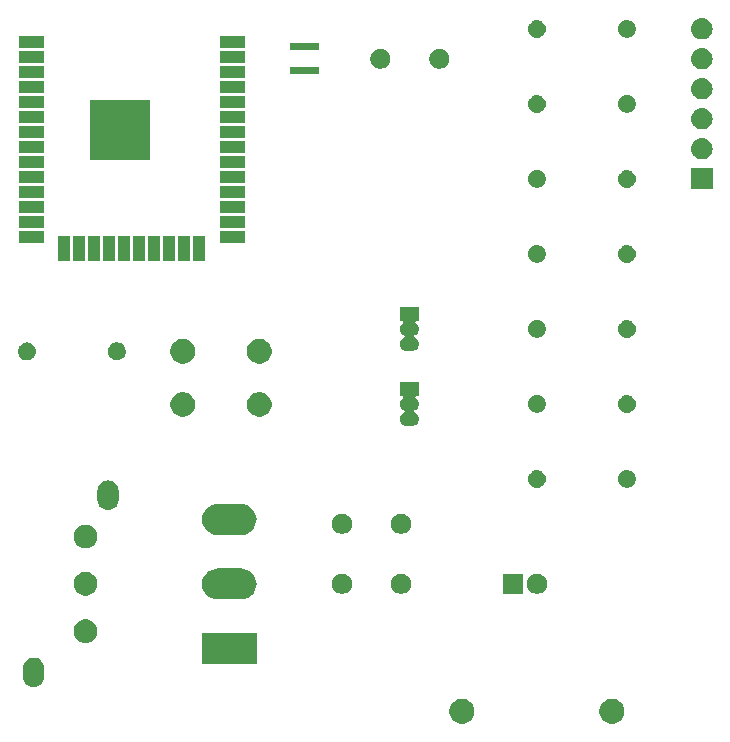
<source format=gbr>
G04 #@! TF.GenerationSoftware,KiCad,Pcbnew,(5.1.4-0-10_14)*
G04 #@! TF.CreationDate,2019-11-18T23:58:44+01:00*
G04 #@! TF.ProjectId,liberation,6c696265-7261-4746-996f-6e2e6b696361,rev?*
G04 #@! TF.SameCoordinates,Original*
G04 #@! TF.FileFunction,Soldermask,Top*
G04 #@! TF.FilePolarity,Negative*
%FSLAX46Y46*%
G04 Gerber Fmt 4.6, Leading zero omitted, Abs format (unit mm)*
G04 Created by KiCad (PCBNEW (5.1.4-0-10_14)) date 2019-11-18 23:58:44*
%MOMM*%
%LPD*%
G04 APERTURE LIST*
%ADD10C,0.100000*%
G04 APERTURE END LIST*
D10*
G36*
X148896564Y-145674389D02*
G01*
X149087833Y-145753615D01*
X149087835Y-145753616D01*
X149259973Y-145868635D01*
X149406365Y-146015027D01*
X149521385Y-146187167D01*
X149600611Y-146378436D01*
X149641000Y-146581484D01*
X149641000Y-146788516D01*
X149600611Y-146991564D01*
X149521385Y-147182833D01*
X149521384Y-147182835D01*
X149406365Y-147354973D01*
X149259973Y-147501365D01*
X149087835Y-147616384D01*
X149087834Y-147616385D01*
X149087833Y-147616385D01*
X148896564Y-147695611D01*
X148693516Y-147736000D01*
X148486484Y-147736000D01*
X148283436Y-147695611D01*
X148092167Y-147616385D01*
X148092166Y-147616385D01*
X148092165Y-147616384D01*
X147920027Y-147501365D01*
X147773635Y-147354973D01*
X147658616Y-147182835D01*
X147658615Y-147182833D01*
X147579389Y-146991564D01*
X147539000Y-146788516D01*
X147539000Y-146581484D01*
X147579389Y-146378436D01*
X147658615Y-146187167D01*
X147773635Y-146015027D01*
X147920027Y-145868635D01*
X148092165Y-145753616D01*
X148092167Y-145753615D01*
X148283436Y-145674389D01*
X148486484Y-145634000D01*
X148693516Y-145634000D01*
X148896564Y-145674389D01*
X148896564Y-145674389D01*
G37*
G36*
X136196564Y-145674389D02*
G01*
X136387833Y-145753615D01*
X136387835Y-145753616D01*
X136559973Y-145868635D01*
X136706365Y-146015027D01*
X136821385Y-146187167D01*
X136900611Y-146378436D01*
X136941000Y-146581484D01*
X136941000Y-146788516D01*
X136900611Y-146991564D01*
X136821385Y-147182833D01*
X136821384Y-147182835D01*
X136706365Y-147354973D01*
X136559973Y-147501365D01*
X136387835Y-147616384D01*
X136387834Y-147616385D01*
X136387833Y-147616385D01*
X136196564Y-147695611D01*
X135993516Y-147736000D01*
X135786484Y-147736000D01*
X135583436Y-147695611D01*
X135392167Y-147616385D01*
X135392166Y-147616385D01*
X135392165Y-147616384D01*
X135220027Y-147501365D01*
X135073635Y-147354973D01*
X134958616Y-147182835D01*
X134958615Y-147182833D01*
X134879389Y-146991564D01*
X134839000Y-146788516D01*
X134839000Y-146581484D01*
X134879389Y-146378436D01*
X134958615Y-146187167D01*
X135073635Y-146015027D01*
X135220027Y-145868635D01*
X135392165Y-145753616D01*
X135392167Y-145753615D01*
X135583436Y-145674389D01*
X135786484Y-145634000D01*
X135993516Y-145634000D01*
X136196564Y-145674389D01*
X136196564Y-145674389D01*
G37*
G36*
X99801626Y-142152037D02*
G01*
X99971465Y-142203557D01*
X99971467Y-142203558D01*
X100127989Y-142287221D01*
X100265186Y-142399814D01*
X100348448Y-142501271D01*
X100377778Y-142537009D01*
X100461443Y-142693534D01*
X100512963Y-142863373D01*
X100526000Y-142995742D01*
X100526000Y-143784258D01*
X100512963Y-143916627D01*
X100461443Y-144086466D01*
X100377778Y-144242991D01*
X100348448Y-144278729D01*
X100265186Y-144380186D01*
X100163729Y-144463448D01*
X100127991Y-144492778D01*
X99971466Y-144576443D01*
X99801627Y-144627963D01*
X99625000Y-144645359D01*
X99448374Y-144627963D01*
X99278535Y-144576443D01*
X99122010Y-144492778D01*
X99086272Y-144463448D01*
X98984815Y-144380186D01*
X98901553Y-144278729D01*
X98872223Y-144242991D01*
X98788558Y-144086466D01*
X98737037Y-143916627D01*
X98724000Y-143784258D01*
X98724000Y-142995743D01*
X98737037Y-142863374D01*
X98788557Y-142693535D01*
X98872222Y-142537010D01*
X98872223Y-142537009D01*
X98984814Y-142399814D01*
X99086271Y-142316552D01*
X99122009Y-142287222D01*
X99278534Y-142203557D01*
X99448373Y-142152037D01*
X99625000Y-142134641D01*
X99801626Y-142152037D01*
X99801626Y-142152037D01*
G37*
G36*
X118506000Y-142641000D02*
G01*
X113904000Y-142641000D01*
X113904000Y-140039000D01*
X118506000Y-140039000D01*
X118506000Y-142641000D01*
X118506000Y-142641000D01*
G37*
G36*
X104220285Y-138908234D02*
G01*
X104316981Y-138927468D01*
X104499151Y-139002926D01*
X104663100Y-139112473D01*
X104802527Y-139251900D01*
X104912074Y-139415849D01*
X104987532Y-139598019D01*
X105026000Y-139791410D01*
X105026000Y-139988590D01*
X104987532Y-140181981D01*
X104912074Y-140364151D01*
X104802527Y-140528100D01*
X104663100Y-140667527D01*
X104499151Y-140777074D01*
X104316981Y-140852532D01*
X104220285Y-140871766D01*
X104123591Y-140891000D01*
X103926409Y-140891000D01*
X103829715Y-140871766D01*
X103733019Y-140852532D01*
X103550849Y-140777074D01*
X103386900Y-140667527D01*
X103247473Y-140528100D01*
X103137926Y-140364151D01*
X103062468Y-140181981D01*
X103024000Y-139988590D01*
X103024000Y-139791410D01*
X103062468Y-139598019D01*
X103137926Y-139415849D01*
X103247473Y-139251900D01*
X103386900Y-139112473D01*
X103550849Y-139002926D01*
X103733019Y-138927468D01*
X103829715Y-138908234D01*
X103926409Y-138889000D01*
X104123591Y-138889000D01*
X104220285Y-138908234D01*
X104220285Y-138908234D01*
G37*
G36*
X117364473Y-134598413D02*
G01*
X117460040Y-134607825D01*
X117705280Y-134682218D01*
X117931294Y-134803025D01*
X117982899Y-134845376D01*
X118129397Y-134965603D01*
X118249624Y-135112101D01*
X118291975Y-135163706D01*
X118412782Y-135389720D01*
X118487175Y-135634960D01*
X118512294Y-135890000D01*
X118487175Y-136145040D01*
X118412782Y-136390280D01*
X118291975Y-136616294D01*
X118249929Y-136667527D01*
X118129397Y-136814397D01*
X117982899Y-136934624D01*
X117931294Y-136976975D01*
X117705280Y-137097782D01*
X117460040Y-137172175D01*
X117364472Y-137181588D01*
X117268906Y-137191000D01*
X115141094Y-137191000D01*
X115045528Y-137181588D01*
X114949960Y-137172175D01*
X114704720Y-137097782D01*
X114478706Y-136976975D01*
X114427101Y-136934624D01*
X114280603Y-136814397D01*
X114160071Y-136667527D01*
X114118025Y-136616294D01*
X113997218Y-136390280D01*
X113922825Y-136145040D01*
X113897706Y-135890000D01*
X113922825Y-135634960D01*
X113997218Y-135389720D01*
X114118025Y-135163706D01*
X114160376Y-135112101D01*
X114280603Y-134965603D01*
X114427101Y-134845376D01*
X114478706Y-134803025D01*
X114704720Y-134682218D01*
X114949960Y-134607825D01*
X115045527Y-134598413D01*
X115141094Y-134589000D01*
X117268906Y-134589000D01*
X117364473Y-134598413D01*
X117364473Y-134598413D01*
G37*
G36*
X104220285Y-134908234D02*
G01*
X104316981Y-134927468D01*
X104499151Y-135002926D01*
X104663100Y-135112473D01*
X104802527Y-135251900D01*
X104912074Y-135415849D01*
X104987532Y-135598019D01*
X105026000Y-135791410D01*
X105026000Y-135988590D01*
X104987532Y-136181981D01*
X104912074Y-136364151D01*
X104802527Y-136528100D01*
X104663100Y-136667527D01*
X104499151Y-136777074D01*
X104316981Y-136852532D01*
X104220285Y-136871766D01*
X104123591Y-136891000D01*
X103926409Y-136891000D01*
X103829715Y-136871766D01*
X103733019Y-136852532D01*
X103550849Y-136777074D01*
X103386900Y-136667527D01*
X103247473Y-136528100D01*
X103137926Y-136364151D01*
X103062468Y-136181981D01*
X103024000Y-135988590D01*
X103024000Y-135791410D01*
X103062468Y-135598019D01*
X103137926Y-135415849D01*
X103247473Y-135251900D01*
X103386900Y-135112473D01*
X103550849Y-135002926D01*
X103733019Y-134927468D01*
X103829715Y-134908234D01*
X103926409Y-134889000D01*
X104123591Y-134889000D01*
X104220285Y-134908234D01*
X104220285Y-134908234D01*
G37*
G36*
X125978228Y-135071703D02*
G01*
X126133100Y-135135853D01*
X126272481Y-135228985D01*
X126391015Y-135347519D01*
X126484147Y-135486900D01*
X126548297Y-135641772D01*
X126581000Y-135806184D01*
X126581000Y-135973816D01*
X126548297Y-136138228D01*
X126484147Y-136293100D01*
X126391015Y-136432481D01*
X126272481Y-136551015D01*
X126133100Y-136644147D01*
X125978228Y-136708297D01*
X125813816Y-136741000D01*
X125646184Y-136741000D01*
X125481772Y-136708297D01*
X125326900Y-136644147D01*
X125187519Y-136551015D01*
X125068985Y-136432481D01*
X124975853Y-136293100D01*
X124911703Y-136138228D01*
X124879000Y-135973816D01*
X124879000Y-135806184D01*
X124911703Y-135641772D01*
X124975853Y-135486900D01*
X125068985Y-135347519D01*
X125187519Y-135228985D01*
X125326900Y-135135853D01*
X125481772Y-135071703D01*
X125646184Y-135039000D01*
X125813816Y-135039000D01*
X125978228Y-135071703D01*
X125978228Y-135071703D01*
G37*
G36*
X130978228Y-135071703D02*
G01*
X131133100Y-135135853D01*
X131272481Y-135228985D01*
X131391015Y-135347519D01*
X131484147Y-135486900D01*
X131548297Y-135641772D01*
X131581000Y-135806184D01*
X131581000Y-135973816D01*
X131548297Y-136138228D01*
X131484147Y-136293100D01*
X131391015Y-136432481D01*
X131272481Y-136551015D01*
X131133100Y-136644147D01*
X130978228Y-136708297D01*
X130813816Y-136741000D01*
X130646184Y-136741000D01*
X130481772Y-136708297D01*
X130326900Y-136644147D01*
X130187519Y-136551015D01*
X130068985Y-136432481D01*
X129975853Y-136293100D01*
X129911703Y-136138228D01*
X129879000Y-135973816D01*
X129879000Y-135806184D01*
X129911703Y-135641772D01*
X129975853Y-135486900D01*
X130068985Y-135347519D01*
X130187519Y-135228985D01*
X130326900Y-135135853D01*
X130481772Y-135071703D01*
X130646184Y-135039000D01*
X130813816Y-135039000D01*
X130978228Y-135071703D01*
X130978228Y-135071703D01*
G37*
G36*
X141091000Y-136741000D02*
G01*
X139389000Y-136741000D01*
X139389000Y-135039000D01*
X141091000Y-135039000D01*
X141091000Y-136741000D01*
X141091000Y-136741000D01*
G37*
G36*
X142488228Y-135071703D02*
G01*
X142643100Y-135135853D01*
X142782481Y-135228985D01*
X142901015Y-135347519D01*
X142994147Y-135486900D01*
X143058297Y-135641772D01*
X143091000Y-135806184D01*
X143091000Y-135973816D01*
X143058297Y-136138228D01*
X142994147Y-136293100D01*
X142901015Y-136432481D01*
X142782481Y-136551015D01*
X142643100Y-136644147D01*
X142488228Y-136708297D01*
X142323816Y-136741000D01*
X142156184Y-136741000D01*
X141991772Y-136708297D01*
X141836900Y-136644147D01*
X141697519Y-136551015D01*
X141578985Y-136432481D01*
X141485853Y-136293100D01*
X141421703Y-136138228D01*
X141389000Y-135973816D01*
X141389000Y-135806184D01*
X141421703Y-135641772D01*
X141485853Y-135486900D01*
X141578985Y-135347519D01*
X141697519Y-135228985D01*
X141836900Y-135135853D01*
X141991772Y-135071703D01*
X142156184Y-135039000D01*
X142323816Y-135039000D01*
X142488228Y-135071703D01*
X142488228Y-135071703D01*
G37*
G36*
X104147797Y-130893815D02*
G01*
X104316981Y-130927468D01*
X104499151Y-131002926D01*
X104663100Y-131112473D01*
X104802527Y-131251900D01*
X104912074Y-131415849D01*
X104987532Y-131598019D01*
X105026000Y-131791410D01*
X105026000Y-131988590D01*
X104987532Y-132181981D01*
X104912074Y-132364151D01*
X104802527Y-132528100D01*
X104663100Y-132667527D01*
X104499151Y-132777074D01*
X104316981Y-132852532D01*
X104123591Y-132891000D01*
X103926409Y-132891000D01*
X103733019Y-132852532D01*
X103550849Y-132777074D01*
X103386900Y-132667527D01*
X103247473Y-132528100D01*
X103137926Y-132364151D01*
X103062468Y-132181981D01*
X103024000Y-131988590D01*
X103024000Y-131791410D01*
X103062468Y-131598019D01*
X103137926Y-131415849D01*
X103247473Y-131251900D01*
X103386900Y-131112473D01*
X103550849Y-131002926D01*
X103733019Y-130927468D01*
X103902203Y-130893815D01*
X103926409Y-130889000D01*
X104123591Y-130889000D01*
X104147797Y-130893815D01*
X104147797Y-130893815D01*
G37*
G36*
X117364472Y-129148412D02*
G01*
X117460040Y-129157825D01*
X117705280Y-129232218D01*
X117931294Y-129353025D01*
X117982899Y-129395376D01*
X118129397Y-129515603D01*
X118235884Y-129645359D01*
X118291975Y-129713706D01*
X118412782Y-129939720D01*
X118487175Y-130184960D01*
X118512294Y-130440000D01*
X118487175Y-130695040D01*
X118412782Y-130940280D01*
X118291975Y-131166294D01*
X118253565Y-131213097D01*
X118129397Y-131364397D01*
X117999481Y-131471015D01*
X117931294Y-131526975D01*
X117705280Y-131647782D01*
X117460040Y-131722175D01*
X117364472Y-131731588D01*
X117268906Y-131741000D01*
X115141094Y-131741000D01*
X115045528Y-131731588D01*
X114949960Y-131722175D01*
X114704720Y-131647782D01*
X114478706Y-131526975D01*
X114410519Y-131471015D01*
X114280603Y-131364397D01*
X114156435Y-131213097D01*
X114118025Y-131166294D01*
X113997218Y-130940280D01*
X113922825Y-130695040D01*
X113897706Y-130440000D01*
X113922825Y-130184960D01*
X113997218Y-129939720D01*
X114118025Y-129713706D01*
X114174116Y-129645359D01*
X114280603Y-129515603D01*
X114427101Y-129395376D01*
X114478706Y-129353025D01*
X114704720Y-129232218D01*
X114949960Y-129157825D01*
X115045528Y-129148412D01*
X115141094Y-129139000D01*
X117268906Y-129139000D01*
X117364472Y-129148412D01*
X117364472Y-129148412D01*
G37*
G36*
X125978228Y-129991703D02*
G01*
X126133100Y-130055853D01*
X126272481Y-130148985D01*
X126391015Y-130267519D01*
X126484147Y-130406900D01*
X126548297Y-130561772D01*
X126581000Y-130726184D01*
X126581000Y-130893816D01*
X126548297Y-131058228D01*
X126484147Y-131213100D01*
X126391015Y-131352481D01*
X126272481Y-131471015D01*
X126133100Y-131564147D01*
X125978228Y-131628297D01*
X125813816Y-131661000D01*
X125646184Y-131661000D01*
X125481772Y-131628297D01*
X125326900Y-131564147D01*
X125187519Y-131471015D01*
X125068985Y-131352481D01*
X124975853Y-131213100D01*
X124911703Y-131058228D01*
X124879000Y-130893816D01*
X124879000Y-130726184D01*
X124911703Y-130561772D01*
X124975853Y-130406900D01*
X125068985Y-130267519D01*
X125187519Y-130148985D01*
X125326900Y-130055853D01*
X125481772Y-129991703D01*
X125646184Y-129959000D01*
X125813816Y-129959000D01*
X125978228Y-129991703D01*
X125978228Y-129991703D01*
G37*
G36*
X130978228Y-129991703D02*
G01*
X131133100Y-130055853D01*
X131272481Y-130148985D01*
X131391015Y-130267519D01*
X131484147Y-130406900D01*
X131548297Y-130561772D01*
X131581000Y-130726184D01*
X131581000Y-130893816D01*
X131548297Y-131058228D01*
X131484147Y-131213100D01*
X131391015Y-131352481D01*
X131272481Y-131471015D01*
X131133100Y-131564147D01*
X130978228Y-131628297D01*
X130813816Y-131661000D01*
X130646184Y-131661000D01*
X130481772Y-131628297D01*
X130326900Y-131564147D01*
X130187519Y-131471015D01*
X130068985Y-131352481D01*
X129975853Y-131213100D01*
X129911703Y-131058228D01*
X129879000Y-130893816D01*
X129879000Y-130726184D01*
X129911703Y-130561772D01*
X129975853Y-130406900D01*
X130068985Y-130267519D01*
X130187519Y-130148985D01*
X130326900Y-130055853D01*
X130481772Y-129991703D01*
X130646184Y-129959000D01*
X130813816Y-129959000D01*
X130978228Y-129991703D01*
X130978228Y-129991703D01*
G37*
G36*
X106101626Y-127152037D02*
G01*
X106271465Y-127203557D01*
X106271467Y-127203558D01*
X106427989Y-127287221D01*
X106565186Y-127399814D01*
X106648448Y-127501271D01*
X106677778Y-127537009D01*
X106761443Y-127693534D01*
X106812963Y-127863373D01*
X106826000Y-127995742D01*
X106826000Y-128784258D01*
X106812963Y-128916627D01*
X106761443Y-129086466D01*
X106677778Y-129242991D01*
X106648448Y-129278729D01*
X106565186Y-129380186D01*
X106463729Y-129463448D01*
X106427991Y-129492778D01*
X106271466Y-129576443D01*
X106101627Y-129627963D01*
X105925000Y-129645359D01*
X105748374Y-129627963D01*
X105578535Y-129576443D01*
X105422010Y-129492778D01*
X105386272Y-129463448D01*
X105284815Y-129380186D01*
X105201553Y-129278729D01*
X105172223Y-129242991D01*
X105088558Y-129086466D01*
X105037037Y-128916627D01*
X105024000Y-128784258D01*
X105024000Y-127995743D01*
X105037037Y-127863374D01*
X105088557Y-127693535D01*
X105088559Y-127693532D01*
X105172221Y-127537011D01*
X105284814Y-127399814D01*
X105386271Y-127316552D01*
X105422009Y-127287222D01*
X105578534Y-127203557D01*
X105748373Y-127152037D01*
X105925000Y-127134641D01*
X106101626Y-127152037D01*
X106101626Y-127152037D01*
G37*
G36*
X150079059Y-126277860D02*
G01*
X150139294Y-126302810D01*
X150215732Y-126334472D01*
X150338735Y-126416660D01*
X150443340Y-126521265D01*
X150525528Y-126644268D01*
X150525529Y-126644270D01*
X150582140Y-126780941D01*
X150611000Y-126926032D01*
X150611000Y-127073968D01*
X150596429Y-127147220D01*
X150582140Y-127219059D01*
X150525528Y-127355732D01*
X150443340Y-127478735D01*
X150338735Y-127583340D01*
X150215732Y-127665528D01*
X150215731Y-127665529D01*
X150215730Y-127665529D01*
X150079059Y-127722140D01*
X149933968Y-127751000D01*
X149786032Y-127751000D01*
X149640941Y-127722140D01*
X149504270Y-127665529D01*
X149504269Y-127665529D01*
X149504268Y-127665528D01*
X149381265Y-127583340D01*
X149276660Y-127478735D01*
X149194472Y-127355732D01*
X149137860Y-127219059D01*
X149123571Y-127147220D01*
X149109000Y-127073968D01*
X149109000Y-126926032D01*
X149137860Y-126780941D01*
X149194471Y-126644270D01*
X149194472Y-126644268D01*
X149276660Y-126521265D01*
X149381265Y-126416660D01*
X149504268Y-126334472D01*
X149580707Y-126302810D01*
X149640941Y-126277860D01*
X149786032Y-126249000D01*
X149933968Y-126249000D01*
X150079059Y-126277860D01*
X150079059Y-126277860D01*
G37*
G36*
X142313665Y-126252622D02*
G01*
X142387222Y-126259867D01*
X142528786Y-126302810D01*
X142659252Y-126372546D01*
X142689040Y-126396992D01*
X142773607Y-126466393D01*
X142843008Y-126550960D01*
X142867454Y-126580748D01*
X142937190Y-126711214D01*
X142980133Y-126852778D01*
X142994633Y-127000000D01*
X142980133Y-127147222D01*
X142937190Y-127288786D01*
X142867454Y-127419252D01*
X142843008Y-127449040D01*
X142773607Y-127533607D01*
X142713004Y-127583341D01*
X142659252Y-127627454D01*
X142528786Y-127697190D01*
X142387222Y-127740133D01*
X142313665Y-127747378D01*
X142276888Y-127751000D01*
X142203112Y-127751000D01*
X142166335Y-127747378D01*
X142092778Y-127740133D01*
X141951214Y-127697190D01*
X141820748Y-127627454D01*
X141766996Y-127583341D01*
X141706393Y-127533607D01*
X141636992Y-127449040D01*
X141612546Y-127419252D01*
X141542810Y-127288786D01*
X141499867Y-127147222D01*
X141485367Y-127000000D01*
X141499867Y-126852778D01*
X141542810Y-126711214D01*
X141612546Y-126580748D01*
X141636992Y-126550960D01*
X141706393Y-126466393D01*
X141790960Y-126396992D01*
X141820748Y-126372546D01*
X141951214Y-126302810D01*
X142092778Y-126259867D01*
X142166335Y-126252622D01*
X142203112Y-126249000D01*
X142276888Y-126249000D01*
X142313665Y-126252622D01*
X142313665Y-126252622D01*
G37*
G36*
X132246000Y-119956000D02*
G01*
X132081660Y-119956000D01*
X132057274Y-119958402D01*
X132033825Y-119965515D01*
X132012214Y-119977066D01*
X131993272Y-119992611D01*
X131977727Y-120011553D01*
X131966176Y-120033164D01*
X131959063Y-120056613D01*
X131956661Y-120080999D01*
X131959063Y-120105385D01*
X131966176Y-120128834D01*
X131977727Y-120150445D01*
X131993272Y-120169387D01*
X132002345Y-120177609D01*
X132079264Y-120240736D01*
X132151244Y-120328443D01*
X132168759Y-120361212D01*
X132204728Y-120428505D01*
X132204729Y-120428508D01*
X132237666Y-120537084D01*
X132248787Y-120650000D01*
X132237666Y-120762916D01*
X132205467Y-120869059D01*
X132204728Y-120871495D01*
X132185429Y-120907601D01*
X132151244Y-120971557D01*
X132079264Y-121059264D01*
X131991557Y-121131244D01*
X131910141Y-121174761D01*
X131889766Y-121188375D01*
X131872439Y-121205702D01*
X131858826Y-121226076D01*
X131849448Y-121248715D01*
X131844668Y-121272748D01*
X131844668Y-121297252D01*
X131849448Y-121321285D01*
X131858826Y-121343924D01*
X131872440Y-121364299D01*
X131889767Y-121381626D01*
X131910141Y-121395239D01*
X131991557Y-121438756D01*
X132079264Y-121510736D01*
X132151244Y-121598443D01*
X132171524Y-121636385D01*
X132204728Y-121698505D01*
X132204729Y-121698508D01*
X132237666Y-121807084D01*
X132248787Y-121920000D01*
X132237666Y-122032916D01*
X132204729Y-122141492D01*
X132204728Y-122141495D01*
X132185429Y-122177601D01*
X132151244Y-122241557D01*
X132079264Y-122329264D01*
X131991557Y-122401244D01*
X131927601Y-122435429D01*
X131891495Y-122454728D01*
X131891492Y-122454729D01*
X131782916Y-122487666D01*
X131698298Y-122496000D01*
X131191702Y-122496000D01*
X131107084Y-122487666D01*
X130998508Y-122454729D01*
X130998505Y-122454728D01*
X130962399Y-122435429D01*
X130898443Y-122401244D01*
X130810736Y-122329264D01*
X130738756Y-122241557D01*
X130704571Y-122177601D01*
X130685272Y-122141495D01*
X130685271Y-122141492D01*
X130652334Y-122032916D01*
X130641213Y-121920000D01*
X130652334Y-121807084D01*
X130685271Y-121698508D01*
X130685272Y-121698505D01*
X130718476Y-121636385D01*
X130738756Y-121598443D01*
X130810736Y-121510736D01*
X130898443Y-121438756D01*
X130979859Y-121395239D01*
X131000234Y-121381625D01*
X131017561Y-121364298D01*
X131031174Y-121343924D01*
X131040552Y-121321285D01*
X131045332Y-121297252D01*
X131045332Y-121272748D01*
X131040552Y-121248715D01*
X131031174Y-121226076D01*
X131017560Y-121205701D01*
X131000233Y-121188374D01*
X130979859Y-121174761D01*
X130898443Y-121131244D01*
X130810736Y-121059264D01*
X130738756Y-120971557D01*
X130704571Y-120907601D01*
X130685272Y-120871495D01*
X130684533Y-120869059D01*
X130652334Y-120762916D01*
X130641213Y-120650000D01*
X130652334Y-120537084D01*
X130685271Y-120428508D01*
X130685272Y-120428505D01*
X130721241Y-120361212D01*
X130738756Y-120328443D01*
X130810736Y-120240736D01*
X130887646Y-120177617D01*
X130904965Y-120160298D01*
X130918579Y-120139923D01*
X130927957Y-120117284D01*
X130932737Y-120093251D01*
X130932737Y-120068747D01*
X130927957Y-120044714D01*
X130918579Y-120022075D01*
X130904966Y-120001701D01*
X130887639Y-119984374D01*
X130867264Y-119970760D01*
X130844625Y-119961382D01*
X130820592Y-119956602D01*
X130808340Y-119956000D01*
X130644000Y-119956000D01*
X130644000Y-118804000D01*
X132246000Y-118804000D01*
X132246000Y-119956000D01*
X132246000Y-119956000D01*
G37*
G36*
X112551564Y-119694389D02*
G01*
X112742833Y-119773615D01*
X112742835Y-119773616D01*
X112914973Y-119888635D01*
X113061365Y-120035027D01*
X113152398Y-120171267D01*
X113176385Y-120207167D01*
X113255611Y-120398436D01*
X113296000Y-120601484D01*
X113296000Y-120808516D01*
X113255611Y-121011564D01*
X113176385Y-121202833D01*
X113176384Y-121202835D01*
X113061365Y-121374973D01*
X112914973Y-121521365D01*
X112742835Y-121636384D01*
X112742834Y-121636385D01*
X112742833Y-121636385D01*
X112551564Y-121715611D01*
X112348516Y-121756000D01*
X112141484Y-121756000D01*
X111938436Y-121715611D01*
X111747167Y-121636385D01*
X111747166Y-121636385D01*
X111747165Y-121636384D01*
X111575027Y-121521365D01*
X111428635Y-121374973D01*
X111313616Y-121202835D01*
X111313615Y-121202833D01*
X111234389Y-121011564D01*
X111194000Y-120808516D01*
X111194000Y-120601484D01*
X111234389Y-120398436D01*
X111313615Y-120207167D01*
X111337603Y-120171267D01*
X111428635Y-120035027D01*
X111575027Y-119888635D01*
X111747165Y-119773616D01*
X111747167Y-119773615D01*
X111938436Y-119694389D01*
X112141484Y-119654000D01*
X112348516Y-119654000D01*
X112551564Y-119694389D01*
X112551564Y-119694389D01*
G37*
G36*
X119051564Y-119694389D02*
G01*
X119242833Y-119773615D01*
X119242835Y-119773616D01*
X119414973Y-119888635D01*
X119561365Y-120035027D01*
X119652398Y-120171267D01*
X119676385Y-120207167D01*
X119755611Y-120398436D01*
X119796000Y-120601484D01*
X119796000Y-120808516D01*
X119755611Y-121011564D01*
X119676385Y-121202833D01*
X119676384Y-121202835D01*
X119561365Y-121374973D01*
X119414973Y-121521365D01*
X119242835Y-121636384D01*
X119242834Y-121636385D01*
X119242833Y-121636385D01*
X119051564Y-121715611D01*
X118848516Y-121756000D01*
X118641484Y-121756000D01*
X118438436Y-121715611D01*
X118247167Y-121636385D01*
X118247166Y-121636385D01*
X118247165Y-121636384D01*
X118075027Y-121521365D01*
X117928635Y-121374973D01*
X117813616Y-121202835D01*
X117813615Y-121202833D01*
X117734389Y-121011564D01*
X117694000Y-120808516D01*
X117694000Y-120601484D01*
X117734389Y-120398436D01*
X117813615Y-120207167D01*
X117837603Y-120171267D01*
X117928635Y-120035027D01*
X118075027Y-119888635D01*
X118247165Y-119773616D01*
X118247167Y-119773615D01*
X118438436Y-119694389D01*
X118641484Y-119654000D01*
X118848516Y-119654000D01*
X119051564Y-119694389D01*
X119051564Y-119694389D01*
G37*
G36*
X142459059Y-119927860D02*
G01*
X142595496Y-119984374D01*
X142595732Y-119984472D01*
X142718735Y-120066660D01*
X142823340Y-120171265D01*
X142905528Y-120294268D01*
X142962140Y-120430941D01*
X142991000Y-120576033D01*
X142991000Y-120723967D01*
X142962140Y-120869059D01*
X142905528Y-121005732D01*
X142823340Y-121128735D01*
X142718735Y-121233340D01*
X142595732Y-121315528D01*
X142595731Y-121315529D01*
X142595730Y-121315529D01*
X142459059Y-121372140D01*
X142313968Y-121401000D01*
X142166032Y-121401000D01*
X142020941Y-121372140D01*
X141884270Y-121315529D01*
X141884269Y-121315529D01*
X141884268Y-121315528D01*
X141761265Y-121233340D01*
X141656660Y-121128735D01*
X141574472Y-121005732D01*
X141517860Y-120869059D01*
X141489000Y-120723967D01*
X141489000Y-120576033D01*
X141517860Y-120430941D01*
X141574472Y-120294268D01*
X141656660Y-120171265D01*
X141761265Y-120066660D01*
X141884268Y-119984472D01*
X141884505Y-119984374D01*
X142020941Y-119927860D01*
X142166032Y-119899000D01*
X142313968Y-119899000D01*
X142459059Y-119927860D01*
X142459059Y-119927860D01*
G37*
G36*
X149933665Y-119902622D02*
G01*
X150007222Y-119909867D01*
X150148786Y-119952810D01*
X150148788Y-119952811D01*
X150207838Y-119984374D01*
X150279252Y-120022546D01*
X150292190Y-120033164D01*
X150393607Y-120116393D01*
X150463008Y-120200960D01*
X150487454Y-120230748D01*
X150487455Y-120230750D01*
X150539675Y-120328445D01*
X150557190Y-120361214D01*
X150600133Y-120502778D01*
X150614633Y-120650000D01*
X150600133Y-120797222D01*
X150557190Y-120938786D01*
X150557189Y-120938788D01*
X150539673Y-120971557D01*
X150487454Y-121069252D01*
X150463008Y-121099040D01*
X150393607Y-121183607D01*
X150333004Y-121233341D01*
X150279252Y-121277454D01*
X150148786Y-121347190D01*
X150007222Y-121390133D01*
X149933665Y-121397378D01*
X149896888Y-121401000D01*
X149823112Y-121401000D01*
X149786335Y-121397378D01*
X149712778Y-121390133D01*
X149571214Y-121347190D01*
X149440748Y-121277454D01*
X149386996Y-121233341D01*
X149326393Y-121183607D01*
X149256992Y-121099040D01*
X149232546Y-121069252D01*
X149180327Y-120971557D01*
X149162811Y-120938788D01*
X149162810Y-120938786D01*
X149119867Y-120797222D01*
X149105367Y-120650000D01*
X149119867Y-120502778D01*
X149162810Y-120361214D01*
X149180326Y-120328445D01*
X149232545Y-120230750D01*
X149232546Y-120230748D01*
X149256992Y-120200960D01*
X149326393Y-120116393D01*
X149427810Y-120033164D01*
X149440748Y-120022546D01*
X149512162Y-119984374D01*
X149571212Y-119952811D01*
X149571214Y-119952810D01*
X149712778Y-119909867D01*
X149786335Y-119902622D01*
X149823112Y-119899000D01*
X149896888Y-119899000D01*
X149933665Y-119902622D01*
X149933665Y-119902622D01*
G37*
G36*
X112551564Y-115194389D02*
G01*
X112742833Y-115273615D01*
X112742835Y-115273616D01*
X112914973Y-115388635D01*
X113061365Y-115535027D01*
X113152483Y-115671394D01*
X113176385Y-115707167D01*
X113255611Y-115898436D01*
X113296000Y-116101484D01*
X113296000Y-116308516D01*
X113255611Y-116511564D01*
X113176385Y-116702833D01*
X113176384Y-116702835D01*
X113061365Y-116874973D01*
X112914973Y-117021365D01*
X112742835Y-117136384D01*
X112742834Y-117136385D01*
X112742833Y-117136385D01*
X112551564Y-117215611D01*
X112348516Y-117256000D01*
X112141484Y-117256000D01*
X111938436Y-117215611D01*
X111747167Y-117136385D01*
X111747166Y-117136385D01*
X111747165Y-117136384D01*
X111575027Y-117021365D01*
X111428635Y-116874973D01*
X111313616Y-116702835D01*
X111313615Y-116702833D01*
X111234389Y-116511564D01*
X111194000Y-116308516D01*
X111194000Y-116101484D01*
X111234389Y-115898436D01*
X111313615Y-115707167D01*
X111337518Y-115671394D01*
X111428635Y-115535027D01*
X111575027Y-115388635D01*
X111747165Y-115273616D01*
X111747167Y-115273615D01*
X111938436Y-115194389D01*
X112141484Y-115154000D01*
X112348516Y-115154000D01*
X112551564Y-115194389D01*
X112551564Y-115194389D01*
G37*
G36*
X119051564Y-115194389D02*
G01*
X119242833Y-115273615D01*
X119242835Y-115273616D01*
X119414973Y-115388635D01*
X119561365Y-115535027D01*
X119652483Y-115671394D01*
X119676385Y-115707167D01*
X119755611Y-115898436D01*
X119796000Y-116101484D01*
X119796000Y-116308516D01*
X119755611Y-116511564D01*
X119676385Y-116702833D01*
X119676384Y-116702835D01*
X119561365Y-116874973D01*
X119414973Y-117021365D01*
X119242835Y-117136384D01*
X119242834Y-117136385D01*
X119242833Y-117136385D01*
X119051564Y-117215611D01*
X118848516Y-117256000D01*
X118641484Y-117256000D01*
X118438436Y-117215611D01*
X118247167Y-117136385D01*
X118247166Y-117136385D01*
X118247165Y-117136384D01*
X118075027Y-117021365D01*
X117928635Y-116874973D01*
X117813616Y-116702835D01*
X117813615Y-116702833D01*
X117734389Y-116511564D01*
X117694000Y-116308516D01*
X117694000Y-116101484D01*
X117734389Y-115898436D01*
X117813615Y-115707167D01*
X117837518Y-115671394D01*
X117928635Y-115535027D01*
X118075027Y-115388635D01*
X118247165Y-115273616D01*
X118247167Y-115273615D01*
X118438436Y-115194389D01*
X118641484Y-115154000D01*
X118848516Y-115154000D01*
X119051564Y-115194389D01*
X119051564Y-115194389D01*
G37*
G36*
X99128200Y-115457084D02*
G01*
X99207222Y-115464867D01*
X99348786Y-115507810D01*
X99479252Y-115577546D01*
X99509040Y-115601992D01*
X99593607Y-115671393D01*
X99663008Y-115755960D01*
X99687454Y-115785748D01*
X99687455Y-115785750D01*
X99744011Y-115891557D01*
X99757190Y-115916214D01*
X99800133Y-116057778D01*
X99814633Y-116205000D01*
X99800133Y-116352222D01*
X99757190Y-116493786D01*
X99687454Y-116624252D01*
X99663008Y-116654040D01*
X99593607Y-116738607D01*
X99533004Y-116788341D01*
X99479252Y-116832454D01*
X99348786Y-116902190D01*
X99207222Y-116945133D01*
X99133665Y-116952378D01*
X99096888Y-116956000D01*
X99023112Y-116956000D01*
X98986335Y-116952378D01*
X98912778Y-116945133D01*
X98771214Y-116902190D01*
X98640748Y-116832454D01*
X98586996Y-116788341D01*
X98526393Y-116738607D01*
X98456992Y-116654040D01*
X98432546Y-116624252D01*
X98362810Y-116493786D01*
X98319867Y-116352222D01*
X98305367Y-116205000D01*
X98319867Y-116057778D01*
X98362810Y-115916214D01*
X98375990Y-115891557D01*
X98432545Y-115785750D01*
X98432546Y-115785748D01*
X98456992Y-115755960D01*
X98526393Y-115671393D01*
X98610960Y-115601992D01*
X98640748Y-115577546D01*
X98771214Y-115507810D01*
X98912778Y-115464867D01*
X98991800Y-115457084D01*
X99023112Y-115454000D01*
X99096888Y-115454000D01*
X99128200Y-115457084D01*
X99128200Y-115457084D01*
G37*
G36*
X106899059Y-115482860D02*
G01*
X106959294Y-115507810D01*
X107035732Y-115539472D01*
X107158735Y-115621660D01*
X107263340Y-115726265D01*
X107306923Y-115791492D01*
X107345529Y-115849270D01*
X107402140Y-115985941D01*
X107431000Y-116131032D01*
X107431000Y-116278968D01*
X107416429Y-116352220D01*
X107402140Y-116424059D01*
X107345528Y-116560732D01*
X107263340Y-116683735D01*
X107158735Y-116788340D01*
X107035732Y-116870528D01*
X107035731Y-116870529D01*
X107035730Y-116870529D01*
X106899059Y-116927140D01*
X106753968Y-116956000D01*
X106606032Y-116956000D01*
X106460941Y-116927140D01*
X106324270Y-116870529D01*
X106324269Y-116870529D01*
X106324268Y-116870528D01*
X106201265Y-116788340D01*
X106096660Y-116683735D01*
X106014472Y-116560732D01*
X105957860Y-116424059D01*
X105943571Y-116352220D01*
X105929000Y-116278968D01*
X105929000Y-116131032D01*
X105957860Y-115985941D01*
X106014471Y-115849270D01*
X106053077Y-115791492D01*
X106096660Y-115726265D01*
X106201265Y-115621660D01*
X106324268Y-115539472D01*
X106400707Y-115507810D01*
X106460941Y-115482860D01*
X106606032Y-115454000D01*
X106753968Y-115454000D01*
X106899059Y-115482860D01*
X106899059Y-115482860D01*
G37*
G36*
X132246000Y-113606000D02*
G01*
X132081660Y-113606000D01*
X132057274Y-113608402D01*
X132033825Y-113615515D01*
X132012214Y-113627066D01*
X131993272Y-113642611D01*
X131977727Y-113661553D01*
X131966176Y-113683164D01*
X131959063Y-113706613D01*
X131956661Y-113730999D01*
X131959063Y-113755385D01*
X131966176Y-113778834D01*
X131977727Y-113800445D01*
X131993272Y-113819387D01*
X132002345Y-113827609D01*
X132079264Y-113890736D01*
X132151244Y-113978443D01*
X132168759Y-114011212D01*
X132204728Y-114078505D01*
X132204729Y-114078508D01*
X132237666Y-114187084D01*
X132248787Y-114300000D01*
X132237666Y-114412916D01*
X132205467Y-114519059D01*
X132204728Y-114521495D01*
X132185429Y-114557601D01*
X132151244Y-114621557D01*
X132079264Y-114709264D01*
X131991557Y-114781244D01*
X131910141Y-114824761D01*
X131889766Y-114838375D01*
X131872439Y-114855702D01*
X131858826Y-114876076D01*
X131849448Y-114898715D01*
X131844668Y-114922748D01*
X131844668Y-114947252D01*
X131849448Y-114971285D01*
X131858826Y-114993924D01*
X131872440Y-115014299D01*
X131889767Y-115031626D01*
X131910141Y-115045239D01*
X131991557Y-115088756D01*
X132079264Y-115160736D01*
X132151244Y-115248443D01*
X132185429Y-115312399D01*
X132204728Y-115348505D01*
X132204729Y-115348508D01*
X132237666Y-115457084D01*
X132248787Y-115570000D01*
X132237666Y-115682916D01*
X132206471Y-115785748D01*
X132204728Y-115791495D01*
X132185429Y-115827601D01*
X132151244Y-115891557D01*
X132079264Y-115979264D01*
X131991557Y-116051244D01*
X131927601Y-116085429D01*
X131891495Y-116104728D01*
X131891492Y-116104729D01*
X131782916Y-116137666D01*
X131698298Y-116146000D01*
X131191702Y-116146000D01*
X131107084Y-116137666D01*
X130998508Y-116104729D01*
X130998505Y-116104728D01*
X130962399Y-116085429D01*
X130898443Y-116051244D01*
X130810736Y-115979264D01*
X130738756Y-115891557D01*
X130704571Y-115827601D01*
X130685272Y-115791495D01*
X130683529Y-115785748D01*
X130652334Y-115682916D01*
X130641213Y-115570000D01*
X130652334Y-115457084D01*
X130685271Y-115348508D01*
X130685272Y-115348505D01*
X130704571Y-115312399D01*
X130738756Y-115248443D01*
X130810736Y-115160736D01*
X130898443Y-115088756D01*
X130979859Y-115045239D01*
X131000234Y-115031625D01*
X131017561Y-115014298D01*
X131031174Y-114993924D01*
X131040552Y-114971285D01*
X131045332Y-114947252D01*
X131045332Y-114922748D01*
X131040552Y-114898715D01*
X131031174Y-114876076D01*
X131017560Y-114855701D01*
X131000233Y-114838374D01*
X130979859Y-114824761D01*
X130898443Y-114781244D01*
X130810736Y-114709264D01*
X130738756Y-114621557D01*
X130704571Y-114557601D01*
X130685272Y-114521495D01*
X130684533Y-114519059D01*
X130652334Y-114412916D01*
X130641213Y-114300000D01*
X130652334Y-114187084D01*
X130685271Y-114078508D01*
X130685272Y-114078505D01*
X130721241Y-114011212D01*
X130738756Y-113978443D01*
X130810736Y-113890736D01*
X130887646Y-113827617D01*
X130904965Y-113810298D01*
X130918579Y-113789923D01*
X130927957Y-113767284D01*
X130932737Y-113743251D01*
X130932737Y-113718747D01*
X130927957Y-113694714D01*
X130918579Y-113672075D01*
X130904966Y-113651701D01*
X130887639Y-113634374D01*
X130867264Y-113620760D01*
X130844625Y-113611382D01*
X130820592Y-113606602D01*
X130808340Y-113606000D01*
X130644000Y-113606000D01*
X130644000Y-112454000D01*
X132246000Y-112454000D01*
X132246000Y-113606000D01*
X132246000Y-113606000D01*
G37*
G36*
X149933665Y-113552622D02*
G01*
X150007222Y-113559867D01*
X150148786Y-113602810D01*
X150148788Y-113602811D01*
X150207838Y-113634374D01*
X150279252Y-113672546D01*
X150292190Y-113683164D01*
X150393607Y-113766393D01*
X150463008Y-113850960D01*
X150487454Y-113880748D01*
X150487455Y-113880750D01*
X150539675Y-113978445D01*
X150557190Y-114011214D01*
X150600133Y-114152778D01*
X150614633Y-114300000D01*
X150600133Y-114447222D01*
X150557190Y-114588786D01*
X150557189Y-114588788D01*
X150539673Y-114621557D01*
X150487454Y-114719252D01*
X150463008Y-114749040D01*
X150393607Y-114833607D01*
X150333004Y-114883341D01*
X150279252Y-114927454D01*
X150148786Y-114997190D01*
X150007222Y-115040133D01*
X149933665Y-115047378D01*
X149896888Y-115051000D01*
X149823112Y-115051000D01*
X149786335Y-115047378D01*
X149712778Y-115040133D01*
X149571214Y-114997190D01*
X149440748Y-114927454D01*
X149386996Y-114883341D01*
X149326393Y-114833607D01*
X149256992Y-114749040D01*
X149232546Y-114719252D01*
X149180327Y-114621557D01*
X149162811Y-114588788D01*
X149162810Y-114588786D01*
X149119867Y-114447222D01*
X149105367Y-114300000D01*
X149119867Y-114152778D01*
X149162810Y-114011214D01*
X149180326Y-113978445D01*
X149232545Y-113880750D01*
X149232546Y-113880748D01*
X149256992Y-113850960D01*
X149326393Y-113766393D01*
X149427810Y-113683164D01*
X149440748Y-113672546D01*
X149512162Y-113634374D01*
X149571212Y-113602811D01*
X149571214Y-113602810D01*
X149712778Y-113559867D01*
X149786335Y-113552622D01*
X149823112Y-113549000D01*
X149896888Y-113549000D01*
X149933665Y-113552622D01*
X149933665Y-113552622D01*
G37*
G36*
X142459059Y-113577860D02*
G01*
X142595496Y-113634374D01*
X142595732Y-113634472D01*
X142718735Y-113716660D01*
X142823340Y-113821265D01*
X142905528Y-113944268D01*
X142962140Y-114080941D01*
X142991000Y-114226033D01*
X142991000Y-114373967D01*
X142962140Y-114519059D01*
X142905528Y-114655732D01*
X142823340Y-114778735D01*
X142718735Y-114883340D01*
X142595732Y-114965528D01*
X142595731Y-114965529D01*
X142595730Y-114965529D01*
X142459059Y-115022140D01*
X142313968Y-115051000D01*
X142166032Y-115051000D01*
X142020941Y-115022140D01*
X141884270Y-114965529D01*
X141884269Y-114965529D01*
X141884268Y-114965528D01*
X141761265Y-114883340D01*
X141656660Y-114778735D01*
X141574472Y-114655732D01*
X141517860Y-114519059D01*
X141489000Y-114373967D01*
X141489000Y-114226033D01*
X141517860Y-114080941D01*
X141574472Y-113944268D01*
X141656660Y-113821265D01*
X141761265Y-113716660D01*
X141884268Y-113634472D01*
X141884505Y-113634374D01*
X142020941Y-113577860D01*
X142166032Y-113549000D01*
X142313968Y-113549000D01*
X142459059Y-113577860D01*
X142459059Y-113577860D01*
G37*
G36*
X149933665Y-107202622D02*
G01*
X150007222Y-107209867D01*
X150148786Y-107252810D01*
X150279252Y-107322546D01*
X150309040Y-107346992D01*
X150393607Y-107416393D01*
X150463008Y-107500960D01*
X150487454Y-107530748D01*
X150557190Y-107661214D01*
X150600133Y-107802778D01*
X150614633Y-107950000D01*
X150600133Y-108097222D01*
X150557190Y-108238786D01*
X150487454Y-108369252D01*
X150463008Y-108399040D01*
X150393607Y-108483607D01*
X150333004Y-108533341D01*
X150279252Y-108577454D01*
X150148786Y-108647190D01*
X150007222Y-108690133D01*
X149933665Y-108697378D01*
X149896888Y-108701000D01*
X149823112Y-108701000D01*
X149786335Y-108697378D01*
X149712778Y-108690133D01*
X149571214Y-108647190D01*
X149440748Y-108577454D01*
X149386996Y-108533341D01*
X149326393Y-108483607D01*
X149256992Y-108399040D01*
X149232546Y-108369252D01*
X149162810Y-108238786D01*
X149119867Y-108097222D01*
X149105367Y-107950000D01*
X149119867Y-107802778D01*
X149162810Y-107661214D01*
X149232546Y-107530748D01*
X149256992Y-107500960D01*
X149326393Y-107416393D01*
X149410960Y-107346992D01*
X149440748Y-107322546D01*
X149571214Y-107252810D01*
X149712778Y-107209867D01*
X149786335Y-107202622D01*
X149823112Y-107199000D01*
X149896888Y-107199000D01*
X149933665Y-107202622D01*
X149933665Y-107202622D01*
G37*
G36*
X142459059Y-107227860D02*
G01*
X142519294Y-107252810D01*
X142595732Y-107284472D01*
X142718735Y-107366660D01*
X142823340Y-107471265D01*
X142905528Y-107594268D01*
X142962140Y-107730941D01*
X142991000Y-107876033D01*
X142991000Y-108023967D01*
X142962140Y-108169059D01*
X142905528Y-108305732D01*
X142823340Y-108428735D01*
X142718735Y-108533340D01*
X142595732Y-108615528D01*
X142595731Y-108615529D01*
X142595730Y-108615529D01*
X142459059Y-108672140D01*
X142313968Y-108701000D01*
X142166032Y-108701000D01*
X142020941Y-108672140D01*
X141884270Y-108615529D01*
X141884269Y-108615529D01*
X141884268Y-108615528D01*
X141761265Y-108533340D01*
X141656660Y-108428735D01*
X141574472Y-108305732D01*
X141517860Y-108169059D01*
X141489000Y-108023967D01*
X141489000Y-107876033D01*
X141517860Y-107730941D01*
X141574472Y-107594268D01*
X141656660Y-107471265D01*
X141761265Y-107366660D01*
X141884268Y-107284472D01*
X141960707Y-107252810D01*
X142020941Y-107227860D01*
X142166032Y-107199000D01*
X142313968Y-107199000D01*
X142459059Y-107227860D01*
X142459059Y-107227860D01*
G37*
G36*
X107816000Y-108551000D02*
G01*
X106814000Y-108551000D01*
X106814000Y-106449000D01*
X107816000Y-106449000D01*
X107816000Y-108551000D01*
X107816000Y-108551000D01*
G37*
G36*
X112896000Y-108551000D02*
G01*
X111894000Y-108551000D01*
X111894000Y-106449000D01*
X112896000Y-106449000D01*
X112896000Y-108551000D01*
X112896000Y-108551000D01*
G37*
G36*
X106546000Y-108551000D02*
G01*
X105544000Y-108551000D01*
X105544000Y-106449000D01*
X106546000Y-106449000D01*
X106546000Y-108551000D01*
X106546000Y-108551000D01*
G37*
G36*
X105276000Y-108551000D02*
G01*
X104274000Y-108551000D01*
X104274000Y-106449000D01*
X105276000Y-106449000D01*
X105276000Y-108551000D01*
X105276000Y-108551000D01*
G37*
G36*
X110356000Y-108551000D02*
G01*
X109354000Y-108551000D01*
X109354000Y-106449000D01*
X110356000Y-106449000D01*
X110356000Y-108551000D01*
X110356000Y-108551000D01*
G37*
G36*
X111626000Y-108551000D02*
G01*
X110624000Y-108551000D01*
X110624000Y-106449000D01*
X111626000Y-106449000D01*
X111626000Y-108551000D01*
X111626000Y-108551000D01*
G37*
G36*
X109086000Y-108551000D02*
G01*
X108084000Y-108551000D01*
X108084000Y-106449000D01*
X109086000Y-106449000D01*
X109086000Y-108551000D01*
X109086000Y-108551000D01*
G37*
G36*
X114166000Y-108551000D02*
G01*
X113164000Y-108551000D01*
X113164000Y-106449000D01*
X114166000Y-106449000D01*
X114166000Y-108551000D01*
X114166000Y-108551000D01*
G37*
G36*
X104006000Y-108551000D02*
G01*
X103004000Y-108551000D01*
X103004000Y-106449000D01*
X104006000Y-106449000D01*
X104006000Y-108551000D01*
X104006000Y-108551000D01*
G37*
G36*
X102736000Y-108551000D02*
G01*
X101734000Y-108551000D01*
X101734000Y-106449000D01*
X102736000Y-106449000D01*
X102736000Y-108551000D01*
X102736000Y-108551000D01*
G37*
G36*
X117501000Y-107001000D02*
G01*
X115399000Y-107001000D01*
X115399000Y-105999000D01*
X117501000Y-105999000D01*
X117501000Y-107001000D01*
X117501000Y-107001000D01*
G37*
G36*
X100501000Y-107001000D02*
G01*
X98399000Y-107001000D01*
X98399000Y-105999000D01*
X100501000Y-105999000D01*
X100501000Y-107001000D01*
X100501000Y-107001000D01*
G37*
G36*
X117501000Y-105731000D02*
G01*
X115399000Y-105731000D01*
X115399000Y-104729000D01*
X117501000Y-104729000D01*
X117501000Y-105731000D01*
X117501000Y-105731000D01*
G37*
G36*
X100501000Y-105731000D02*
G01*
X98399000Y-105731000D01*
X98399000Y-104729000D01*
X100501000Y-104729000D01*
X100501000Y-105731000D01*
X100501000Y-105731000D01*
G37*
G36*
X117501000Y-104461000D02*
G01*
X115399000Y-104461000D01*
X115399000Y-103459000D01*
X117501000Y-103459000D01*
X117501000Y-104461000D01*
X117501000Y-104461000D01*
G37*
G36*
X100501000Y-104461000D02*
G01*
X98399000Y-104461000D01*
X98399000Y-103459000D01*
X100501000Y-103459000D01*
X100501000Y-104461000D01*
X100501000Y-104461000D01*
G37*
G36*
X117501000Y-103191000D02*
G01*
X115399000Y-103191000D01*
X115399000Y-102189000D01*
X117501000Y-102189000D01*
X117501000Y-103191000D01*
X117501000Y-103191000D01*
G37*
G36*
X100501000Y-103191000D02*
G01*
X98399000Y-103191000D01*
X98399000Y-102189000D01*
X100501000Y-102189000D01*
X100501000Y-103191000D01*
X100501000Y-103191000D01*
G37*
G36*
X157111000Y-102501000D02*
G01*
X155309000Y-102501000D01*
X155309000Y-100699000D01*
X157111000Y-100699000D01*
X157111000Y-102501000D01*
X157111000Y-102501000D01*
G37*
G36*
X149933665Y-100852622D02*
G01*
X150007222Y-100859867D01*
X150148786Y-100902810D01*
X150279252Y-100972546D01*
X150309040Y-100996992D01*
X150393607Y-101066393D01*
X150463008Y-101150960D01*
X150487454Y-101180748D01*
X150557190Y-101311214D01*
X150600133Y-101452778D01*
X150614633Y-101600000D01*
X150600133Y-101747222D01*
X150557190Y-101888786D01*
X150487454Y-102019252D01*
X150463008Y-102049040D01*
X150393607Y-102133607D01*
X150309040Y-102203008D01*
X150279252Y-102227454D01*
X150148786Y-102297190D01*
X150007222Y-102340133D01*
X149933665Y-102347378D01*
X149896888Y-102351000D01*
X149823112Y-102351000D01*
X149786335Y-102347378D01*
X149712778Y-102340133D01*
X149571214Y-102297190D01*
X149440748Y-102227454D01*
X149410960Y-102203008D01*
X149326393Y-102133607D01*
X149256992Y-102049040D01*
X149232546Y-102019252D01*
X149162810Y-101888786D01*
X149119867Y-101747222D01*
X149105367Y-101600000D01*
X149119867Y-101452778D01*
X149162810Y-101311214D01*
X149232546Y-101180748D01*
X149256992Y-101150960D01*
X149326393Y-101066393D01*
X149410960Y-100996992D01*
X149440748Y-100972546D01*
X149571214Y-100902810D01*
X149712778Y-100859867D01*
X149786335Y-100852622D01*
X149823112Y-100849000D01*
X149896888Y-100849000D01*
X149933665Y-100852622D01*
X149933665Y-100852622D01*
G37*
G36*
X142459059Y-100877860D02*
G01*
X142558380Y-100919000D01*
X142595732Y-100934472D01*
X142718735Y-101016660D01*
X142823340Y-101121265D01*
X142905528Y-101244268D01*
X142962140Y-101380941D01*
X142991000Y-101526033D01*
X142991000Y-101673967D01*
X142962140Y-101819059D01*
X142905528Y-101955732D01*
X142823340Y-102078735D01*
X142718735Y-102183340D01*
X142595732Y-102265528D01*
X142595731Y-102265529D01*
X142595730Y-102265529D01*
X142459059Y-102322140D01*
X142313968Y-102351000D01*
X142166032Y-102351000D01*
X142020941Y-102322140D01*
X141884270Y-102265529D01*
X141884269Y-102265529D01*
X141884268Y-102265528D01*
X141761265Y-102183340D01*
X141656660Y-102078735D01*
X141574472Y-101955732D01*
X141517860Y-101819059D01*
X141489000Y-101673967D01*
X141489000Y-101526033D01*
X141517860Y-101380941D01*
X141574472Y-101244268D01*
X141656660Y-101121265D01*
X141761265Y-101016660D01*
X141884268Y-100934472D01*
X141921621Y-100919000D01*
X142020941Y-100877860D01*
X142166032Y-100849000D01*
X142313968Y-100849000D01*
X142459059Y-100877860D01*
X142459059Y-100877860D01*
G37*
G36*
X100501000Y-101921000D02*
G01*
X98399000Y-101921000D01*
X98399000Y-100919000D01*
X100501000Y-100919000D01*
X100501000Y-101921000D01*
X100501000Y-101921000D01*
G37*
G36*
X117501000Y-101921000D02*
G01*
X115399000Y-101921000D01*
X115399000Y-100919000D01*
X117501000Y-100919000D01*
X117501000Y-101921000D01*
X117501000Y-101921000D01*
G37*
G36*
X117501000Y-100651000D02*
G01*
X115399000Y-100651000D01*
X115399000Y-99649000D01*
X117501000Y-99649000D01*
X117501000Y-100651000D01*
X117501000Y-100651000D01*
G37*
G36*
X100501000Y-100651000D02*
G01*
X98399000Y-100651000D01*
X98399000Y-99649000D01*
X100501000Y-99649000D01*
X100501000Y-100651000D01*
X100501000Y-100651000D01*
G37*
G36*
X109501000Y-100041000D02*
G01*
X104399000Y-100041000D01*
X104399000Y-94939000D01*
X109501000Y-94939000D01*
X109501000Y-100041000D01*
X109501000Y-100041000D01*
G37*
G36*
X156320443Y-98165519D02*
G01*
X156386627Y-98172037D01*
X156556466Y-98223557D01*
X156712991Y-98307222D01*
X156748729Y-98336552D01*
X156850186Y-98419814D01*
X156933448Y-98521271D01*
X156962778Y-98557009D01*
X157046443Y-98713534D01*
X157097963Y-98883373D01*
X157115359Y-99060000D01*
X157097963Y-99236627D01*
X157046443Y-99406466D01*
X156962778Y-99562991D01*
X156933448Y-99598729D01*
X156850186Y-99700186D01*
X156748729Y-99783448D01*
X156712991Y-99812778D01*
X156556466Y-99896443D01*
X156386627Y-99947963D01*
X156320443Y-99954481D01*
X156254260Y-99961000D01*
X156165740Y-99961000D01*
X156099557Y-99954481D01*
X156033373Y-99947963D01*
X155863534Y-99896443D01*
X155707009Y-99812778D01*
X155671271Y-99783448D01*
X155569814Y-99700186D01*
X155486552Y-99598729D01*
X155457222Y-99562991D01*
X155373557Y-99406466D01*
X155322037Y-99236627D01*
X155304641Y-99060000D01*
X155322037Y-98883373D01*
X155373557Y-98713534D01*
X155457222Y-98557009D01*
X155486552Y-98521271D01*
X155569814Y-98419814D01*
X155671271Y-98336552D01*
X155707009Y-98307222D01*
X155863534Y-98223557D01*
X156033373Y-98172037D01*
X156099557Y-98165519D01*
X156165740Y-98159000D01*
X156254260Y-98159000D01*
X156320443Y-98165519D01*
X156320443Y-98165519D01*
G37*
G36*
X117501000Y-99381000D02*
G01*
X115399000Y-99381000D01*
X115399000Y-98379000D01*
X117501000Y-98379000D01*
X117501000Y-99381000D01*
X117501000Y-99381000D01*
G37*
G36*
X100501000Y-99381000D02*
G01*
X98399000Y-99381000D01*
X98399000Y-98379000D01*
X100501000Y-98379000D01*
X100501000Y-99381000D01*
X100501000Y-99381000D01*
G37*
G36*
X100501000Y-98111000D02*
G01*
X98399000Y-98111000D01*
X98399000Y-97109000D01*
X100501000Y-97109000D01*
X100501000Y-98111000D01*
X100501000Y-98111000D01*
G37*
G36*
X117501000Y-98111000D02*
G01*
X115399000Y-98111000D01*
X115399000Y-97109000D01*
X117501000Y-97109000D01*
X117501000Y-98111000D01*
X117501000Y-98111000D01*
G37*
G36*
X156320442Y-95625518D02*
G01*
X156386627Y-95632037D01*
X156556466Y-95683557D01*
X156712991Y-95767222D01*
X156732956Y-95783607D01*
X156850186Y-95879814D01*
X156905478Y-95947189D01*
X156962778Y-96017009D01*
X157046443Y-96173534D01*
X157097963Y-96343373D01*
X157115359Y-96520000D01*
X157097963Y-96696627D01*
X157046443Y-96866466D01*
X156962778Y-97022991D01*
X156933448Y-97058729D01*
X156850186Y-97160186D01*
X156748729Y-97243448D01*
X156712991Y-97272778D01*
X156556466Y-97356443D01*
X156386627Y-97407963D01*
X156320442Y-97414482D01*
X156254260Y-97421000D01*
X156165740Y-97421000D01*
X156099558Y-97414482D01*
X156033373Y-97407963D01*
X155863534Y-97356443D01*
X155707009Y-97272778D01*
X155671271Y-97243448D01*
X155569814Y-97160186D01*
X155486552Y-97058729D01*
X155457222Y-97022991D01*
X155373557Y-96866466D01*
X155322037Y-96696627D01*
X155304641Y-96520000D01*
X155322037Y-96343373D01*
X155373557Y-96173534D01*
X155457222Y-96017009D01*
X155514522Y-95947189D01*
X155569814Y-95879814D01*
X155687044Y-95783607D01*
X155707009Y-95767222D01*
X155863534Y-95683557D01*
X156033373Y-95632037D01*
X156099558Y-95625518D01*
X156165740Y-95619000D01*
X156254260Y-95619000D01*
X156320442Y-95625518D01*
X156320442Y-95625518D01*
G37*
G36*
X117501000Y-96841000D02*
G01*
X115399000Y-96841000D01*
X115399000Y-95839000D01*
X117501000Y-95839000D01*
X117501000Y-96841000D01*
X117501000Y-96841000D01*
G37*
G36*
X100501000Y-96841000D02*
G01*
X98399000Y-96841000D01*
X98399000Y-95839000D01*
X100501000Y-95839000D01*
X100501000Y-96841000D01*
X100501000Y-96841000D01*
G37*
G36*
X150079059Y-94527860D02*
G01*
X150178380Y-94569000D01*
X150215732Y-94584472D01*
X150338735Y-94666660D01*
X150443340Y-94771265D01*
X150525528Y-94894268D01*
X150582140Y-95030941D01*
X150611000Y-95176033D01*
X150611000Y-95323967D01*
X150582140Y-95469059D01*
X150525528Y-95605732D01*
X150443340Y-95728735D01*
X150338735Y-95833340D01*
X150215732Y-95915528D01*
X150215731Y-95915529D01*
X150215730Y-95915529D01*
X150079059Y-95972140D01*
X149933968Y-96001000D01*
X149786032Y-96001000D01*
X149640941Y-95972140D01*
X149504270Y-95915529D01*
X149504269Y-95915529D01*
X149504268Y-95915528D01*
X149381265Y-95833340D01*
X149276660Y-95728735D01*
X149194472Y-95605732D01*
X149137860Y-95469059D01*
X149109000Y-95323967D01*
X149109000Y-95176033D01*
X149137860Y-95030941D01*
X149194472Y-94894268D01*
X149276660Y-94771265D01*
X149381265Y-94666660D01*
X149504268Y-94584472D01*
X149541621Y-94569000D01*
X149640941Y-94527860D01*
X149786032Y-94499000D01*
X149933968Y-94499000D01*
X150079059Y-94527860D01*
X150079059Y-94527860D01*
G37*
G36*
X142313665Y-94502622D02*
G01*
X142387222Y-94509867D01*
X142528786Y-94552810D01*
X142659252Y-94622546D01*
X142689040Y-94646992D01*
X142773607Y-94716393D01*
X142843008Y-94800960D01*
X142867454Y-94830748D01*
X142937190Y-94961214D01*
X142980133Y-95102778D01*
X142994633Y-95250000D01*
X142980133Y-95397222D01*
X142937190Y-95538786D01*
X142867454Y-95669252D01*
X142855714Y-95683557D01*
X142773607Y-95783607D01*
X142689040Y-95853008D01*
X142659252Y-95877454D01*
X142528786Y-95947190D01*
X142387222Y-95990133D01*
X142313665Y-95997378D01*
X142276888Y-96001000D01*
X142203112Y-96001000D01*
X142166335Y-95997378D01*
X142092778Y-95990133D01*
X141951214Y-95947190D01*
X141820748Y-95877454D01*
X141790960Y-95853008D01*
X141706393Y-95783607D01*
X141624286Y-95683557D01*
X141612546Y-95669252D01*
X141542810Y-95538786D01*
X141499867Y-95397222D01*
X141485367Y-95250000D01*
X141499867Y-95102778D01*
X141542810Y-94961214D01*
X141612546Y-94830748D01*
X141636992Y-94800960D01*
X141706393Y-94716393D01*
X141790960Y-94646992D01*
X141820748Y-94622546D01*
X141951214Y-94552810D01*
X142092778Y-94509867D01*
X142166335Y-94502622D01*
X142203112Y-94499000D01*
X142276888Y-94499000D01*
X142313665Y-94502622D01*
X142313665Y-94502622D01*
G37*
G36*
X100501000Y-95571000D02*
G01*
X98399000Y-95571000D01*
X98399000Y-94569000D01*
X100501000Y-94569000D01*
X100501000Y-95571000D01*
X100501000Y-95571000D01*
G37*
G36*
X117501000Y-95571000D02*
G01*
X115399000Y-95571000D01*
X115399000Y-94569000D01*
X117501000Y-94569000D01*
X117501000Y-95571000D01*
X117501000Y-95571000D01*
G37*
G36*
X156320443Y-93085519D02*
G01*
X156386627Y-93092037D01*
X156556466Y-93143557D01*
X156712991Y-93227222D01*
X156748729Y-93256552D01*
X156850186Y-93339814D01*
X156933448Y-93441271D01*
X156962778Y-93477009D01*
X157046443Y-93633534D01*
X157097963Y-93803373D01*
X157115359Y-93980000D01*
X157097963Y-94156627D01*
X157046443Y-94326466D01*
X156962778Y-94482991D01*
X156940721Y-94509867D01*
X156850186Y-94620186D01*
X156748729Y-94703448D01*
X156712991Y-94732778D01*
X156556466Y-94816443D01*
X156386627Y-94867963D01*
X156320443Y-94874481D01*
X156254260Y-94881000D01*
X156165740Y-94881000D01*
X156099557Y-94874481D01*
X156033373Y-94867963D01*
X155863534Y-94816443D01*
X155707009Y-94732778D01*
X155671271Y-94703448D01*
X155569814Y-94620186D01*
X155479279Y-94509867D01*
X155457222Y-94482991D01*
X155373557Y-94326466D01*
X155322037Y-94156627D01*
X155304641Y-93980000D01*
X155322037Y-93803373D01*
X155373557Y-93633534D01*
X155457222Y-93477009D01*
X155486552Y-93441271D01*
X155569814Y-93339814D01*
X155671271Y-93256552D01*
X155707009Y-93227222D01*
X155863534Y-93143557D01*
X156033373Y-93092037D01*
X156099557Y-93085519D01*
X156165740Y-93079000D01*
X156254260Y-93079000D01*
X156320443Y-93085519D01*
X156320443Y-93085519D01*
G37*
G36*
X100501000Y-94301000D02*
G01*
X98399000Y-94301000D01*
X98399000Y-93299000D01*
X100501000Y-93299000D01*
X100501000Y-94301000D01*
X100501000Y-94301000D01*
G37*
G36*
X117501000Y-94301000D02*
G01*
X115399000Y-94301000D01*
X115399000Y-93299000D01*
X117501000Y-93299000D01*
X117501000Y-94301000D01*
X117501000Y-94301000D01*
G37*
G36*
X100501000Y-93031000D02*
G01*
X98399000Y-93031000D01*
X98399000Y-92029000D01*
X100501000Y-92029000D01*
X100501000Y-93031000D01*
X100501000Y-93031000D01*
G37*
G36*
X117501000Y-93031000D02*
G01*
X115399000Y-93031000D01*
X115399000Y-92029000D01*
X117501000Y-92029000D01*
X117501000Y-93031000D01*
X117501000Y-93031000D01*
G37*
G36*
X123756000Y-92766000D02*
G01*
X121354000Y-92766000D01*
X121354000Y-92164000D01*
X123756000Y-92164000D01*
X123756000Y-92766000D01*
X123756000Y-92766000D01*
G37*
G36*
X156320443Y-90545519D02*
G01*
X156386627Y-90552037D01*
X156556466Y-90603557D01*
X156712991Y-90687222D01*
X156748057Y-90716000D01*
X156850186Y-90799814D01*
X156930369Y-90897519D01*
X156962778Y-90937009D01*
X157046443Y-91093534D01*
X157097963Y-91263373D01*
X157115359Y-91440000D01*
X157097963Y-91616627D01*
X157046443Y-91786466D01*
X156962778Y-91942991D01*
X156933448Y-91978729D01*
X156850186Y-92080186D01*
X156748729Y-92163448D01*
X156712991Y-92192778D01*
X156556466Y-92276443D01*
X156386627Y-92327963D01*
X156320443Y-92334481D01*
X156254260Y-92341000D01*
X156165740Y-92341000D01*
X156099557Y-92334481D01*
X156033373Y-92327963D01*
X155863534Y-92276443D01*
X155707009Y-92192778D01*
X155671271Y-92163448D01*
X155569814Y-92080186D01*
X155486552Y-91978729D01*
X155457222Y-91942991D01*
X155373557Y-91786466D01*
X155322037Y-91616627D01*
X155304641Y-91440000D01*
X155322037Y-91263373D01*
X155373557Y-91093534D01*
X155457222Y-90937009D01*
X155489631Y-90897519D01*
X155569814Y-90799814D01*
X155671943Y-90716000D01*
X155707009Y-90687222D01*
X155863534Y-90603557D01*
X156033373Y-90552037D01*
X156099558Y-90545518D01*
X156165740Y-90539000D01*
X156254260Y-90539000D01*
X156320443Y-90545519D01*
X156320443Y-90545519D01*
G37*
G36*
X134233228Y-90621703D02*
G01*
X134388100Y-90685853D01*
X134527481Y-90778985D01*
X134646015Y-90897519D01*
X134739147Y-91036900D01*
X134803297Y-91191772D01*
X134836000Y-91356184D01*
X134836000Y-91523816D01*
X134803297Y-91688228D01*
X134739147Y-91843100D01*
X134646015Y-91982481D01*
X134527481Y-92101015D01*
X134388100Y-92194147D01*
X134233228Y-92258297D01*
X134068816Y-92291000D01*
X133901184Y-92291000D01*
X133736772Y-92258297D01*
X133581900Y-92194147D01*
X133442519Y-92101015D01*
X133323985Y-91982481D01*
X133230853Y-91843100D01*
X133166703Y-91688228D01*
X133134000Y-91523816D01*
X133134000Y-91356184D01*
X133166703Y-91191772D01*
X133230853Y-91036900D01*
X133323985Y-90897519D01*
X133442519Y-90778985D01*
X133581900Y-90685853D01*
X133736772Y-90621703D01*
X133901184Y-90589000D01*
X134068816Y-90589000D01*
X134233228Y-90621703D01*
X134233228Y-90621703D01*
G37*
G36*
X129233228Y-90621703D02*
G01*
X129388100Y-90685853D01*
X129527481Y-90778985D01*
X129646015Y-90897519D01*
X129739147Y-91036900D01*
X129803297Y-91191772D01*
X129836000Y-91356184D01*
X129836000Y-91523816D01*
X129803297Y-91688228D01*
X129739147Y-91843100D01*
X129646015Y-91982481D01*
X129527481Y-92101015D01*
X129388100Y-92194147D01*
X129233228Y-92258297D01*
X129068816Y-92291000D01*
X128901184Y-92291000D01*
X128736772Y-92258297D01*
X128581900Y-92194147D01*
X128442519Y-92101015D01*
X128323985Y-91982481D01*
X128230853Y-91843100D01*
X128166703Y-91688228D01*
X128134000Y-91523816D01*
X128134000Y-91356184D01*
X128166703Y-91191772D01*
X128230853Y-91036900D01*
X128323985Y-90897519D01*
X128442519Y-90778985D01*
X128581900Y-90685853D01*
X128736772Y-90621703D01*
X128901184Y-90589000D01*
X129068816Y-90589000D01*
X129233228Y-90621703D01*
X129233228Y-90621703D01*
G37*
G36*
X100501000Y-91761000D02*
G01*
X98399000Y-91761000D01*
X98399000Y-90759000D01*
X100501000Y-90759000D01*
X100501000Y-91761000D01*
X100501000Y-91761000D01*
G37*
G36*
X117501000Y-91761000D02*
G01*
X115399000Y-91761000D01*
X115399000Y-90759000D01*
X117501000Y-90759000D01*
X117501000Y-91761000D01*
X117501000Y-91761000D01*
G37*
G36*
X123756000Y-90716000D02*
G01*
X121354000Y-90716000D01*
X121354000Y-90114000D01*
X123756000Y-90114000D01*
X123756000Y-90716000D01*
X123756000Y-90716000D01*
G37*
G36*
X100501000Y-90491000D02*
G01*
X98399000Y-90491000D01*
X98399000Y-89489000D01*
X100501000Y-89489000D01*
X100501000Y-90491000D01*
X100501000Y-90491000D01*
G37*
G36*
X117501000Y-90491000D02*
G01*
X115399000Y-90491000D01*
X115399000Y-89489000D01*
X117501000Y-89489000D01*
X117501000Y-90491000D01*
X117501000Y-90491000D01*
G37*
G36*
X156320443Y-88005519D02*
G01*
X156386627Y-88012037D01*
X156556466Y-88063557D01*
X156712991Y-88147222D01*
X156748729Y-88176552D01*
X156850186Y-88259814D01*
X156933448Y-88361271D01*
X156962778Y-88397009D01*
X157046443Y-88553534D01*
X157097963Y-88723373D01*
X157115359Y-88900000D01*
X157097963Y-89076627D01*
X157046443Y-89246466D01*
X156962778Y-89402991D01*
X156937653Y-89433606D01*
X156850186Y-89540186D01*
X156780725Y-89597190D01*
X156712991Y-89652778D01*
X156556466Y-89736443D01*
X156386627Y-89787963D01*
X156320443Y-89794481D01*
X156254260Y-89801000D01*
X156165740Y-89801000D01*
X156099557Y-89794481D01*
X156033373Y-89787963D01*
X155863534Y-89736443D01*
X155707009Y-89652778D01*
X155639275Y-89597190D01*
X155569814Y-89540186D01*
X155482347Y-89433606D01*
X155457222Y-89402991D01*
X155373557Y-89246466D01*
X155322037Y-89076627D01*
X155304641Y-88900000D01*
X155322037Y-88723373D01*
X155373557Y-88553534D01*
X155457222Y-88397009D01*
X155486552Y-88361271D01*
X155569814Y-88259814D01*
X155671271Y-88176552D01*
X155707009Y-88147222D01*
X155863534Y-88063557D01*
X156033373Y-88012037D01*
X156099557Y-88005519D01*
X156165740Y-87999000D01*
X156254260Y-87999000D01*
X156320443Y-88005519D01*
X156320443Y-88005519D01*
G37*
G36*
X150079059Y-88177860D02*
G01*
X150139294Y-88202810D01*
X150215732Y-88234472D01*
X150338735Y-88316660D01*
X150443340Y-88421265D01*
X150525528Y-88544268D01*
X150525529Y-88544270D01*
X150582140Y-88680941D01*
X150611000Y-88826032D01*
X150611000Y-88973968D01*
X150590580Y-89076627D01*
X150582140Y-89119059D01*
X150525528Y-89255732D01*
X150443340Y-89378735D01*
X150338735Y-89483340D01*
X150215732Y-89565528D01*
X150215731Y-89565529D01*
X150215730Y-89565529D01*
X150079059Y-89622140D01*
X149933968Y-89651000D01*
X149786032Y-89651000D01*
X149640941Y-89622140D01*
X149504270Y-89565529D01*
X149504269Y-89565529D01*
X149504268Y-89565528D01*
X149381265Y-89483340D01*
X149276660Y-89378735D01*
X149194472Y-89255732D01*
X149137860Y-89119059D01*
X149129420Y-89076627D01*
X149109000Y-88973968D01*
X149109000Y-88826032D01*
X149137860Y-88680941D01*
X149194471Y-88544270D01*
X149194472Y-88544268D01*
X149276660Y-88421265D01*
X149381265Y-88316660D01*
X149504268Y-88234472D01*
X149580707Y-88202810D01*
X149640941Y-88177860D01*
X149786032Y-88149000D01*
X149933968Y-88149000D01*
X150079059Y-88177860D01*
X150079059Y-88177860D01*
G37*
G36*
X142313665Y-88152622D02*
G01*
X142387222Y-88159867D01*
X142528786Y-88202810D01*
X142659252Y-88272546D01*
X142689040Y-88296992D01*
X142773607Y-88366393D01*
X142843008Y-88450960D01*
X142867454Y-88480748D01*
X142937190Y-88611214D01*
X142980133Y-88752778D01*
X142994633Y-88900000D01*
X142980133Y-89047222D01*
X142937190Y-89188786D01*
X142867454Y-89319252D01*
X142843008Y-89349040D01*
X142773607Y-89433607D01*
X142689040Y-89503008D01*
X142659252Y-89527454D01*
X142528786Y-89597190D01*
X142387222Y-89640133D01*
X142313665Y-89647378D01*
X142276888Y-89651000D01*
X142203112Y-89651000D01*
X142166335Y-89647378D01*
X142092778Y-89640133D01*
X141951214Y-89597190D01*
X141820748Y-89527454D01*
X141790960Y-89503008D01*
X141706393Y-89433607D01*
X141636992Y-89349040D01*
X141612546Y-89319252D01*
X141542810Y-89188786D01*
X141499867Y-89047222D01*
X141485367Y-88900000D01*
X141499867Y-88752778D01*
X141542810Y-88611214D01*
X141612546Y-88480748D01*
X141636992Y-88450960D01*
X141706393Y-88366393D01*
X141790960Y-88296992D01*
X141820748Y-88272546D01*
X141951214Y-88202810D01*
X142092778Y-88159867D01*
X142166335Y-88152622D01*
X142203112Y-88149000D01*
X142276888Y-88149000D01*
X142313665Y-88152622D01*
X142313665Y-88152622D01*
G37*
M02*

</source>
